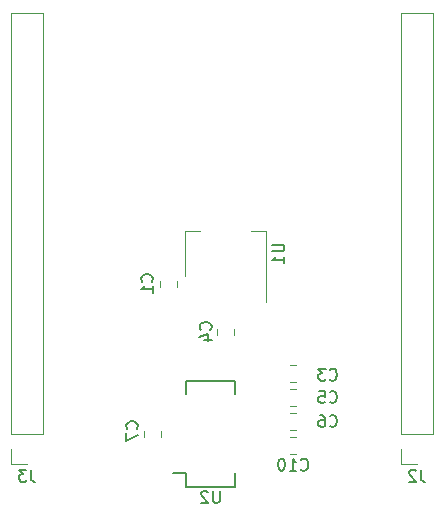
<source format=gbr>
G04 #@! TF.GenerationSoftware,KiCad,Pcbnew,(5.1.0)-1*
G04 #@! TF.CreationDate,2019-09-22T22:35:09+02:00*
G04 #@! TF.ProjectId,ESP32Eval,45535033-3245-4766-916c-2e6b69636164,rev?*
G04 #@! TF.SameCoordinates,Original*
G04 #@! TF.FileFunction,Legend,Bot*
G04 #@! TF.FilePolarity,Positive*
%FSLAX46Y46*%
G04 Gerber Fmt 4.6, Leading zero omitted, Abs format (unit mm)*
G04 Created by KiCad (PCBNEW (5.1.0)-1) date 2019-09-22 22:35:09*
%MOMM*%
%LPD*%
G04 APERTURE LIST*
%ADD10C,0.120000*%
%ADD11C,0.150000*%
G04 APERTURE END LIST*
D10*
X154043748Y-120956000D02*
X154566252Y-120956000D01*
X154043748Y-122376000D02*
X154566252Y-122376000D01*
D11*
X145245000Y-124015000D02*
X144120000Y-124015000D01*
X145245000Y-116175000D02*
X149395000Y-116175000D01*
X145245000Y-125125000D02*
X149395000Y-125125000D01*
X145245000Y-116175000D02*
X145245000Y-117285000D01*
X149395000Y-116175000D02*
X149395000Y-117285000D01*
X149395000Y-125125000D02*
X149395000Y-124015000D01*
X145245000Y-124015000D02*
X145245000Y-125125000D01*
D10*
X152000000Y-109510000D02*
X152000000Y-103500000D01*
X145180000Y-107260000D02*
X145180000Y-103500000D01*
X152000000Y-103500000D02*
X150740000Y-103500000D01*
X145180000Y-103500000D02*
X146440000Y-103500000D01*
X130435000Y-123250000D02*
X131765000Y-123250000D01*
X130435000Y-121920000D02*
X130435000Y-123250000D01*
X130435000Y-120650000D02*
X133095000Y-120650000D01*
X133095000Y-120650000D02*
X133095000Y-85030000D01*
X130435000Y-120650000D02*
X130435000Y-85030000D01*
X130435000Y-85030000D02*
X133095000Y-85030000D01*
X163450000Y-123250000D02*
X164780000Y-123250000D01*
X163450000Y-121920000D02*
X163450000Y-123250000D01*
X163450000Y-120650000D02*
X166110000Y-120650000D01*
X166110000Y-120650000D02*
X166110000Y-85030000D01*
X163450000Y-120650000D02*
X163450000Y-85030000D01*
X163450000Y-85030000D02*
X166110000Y-85030000D01*
X141657000Y-120911252D02*
X141657000Y-120388748D01*
X143077000Y-120911252D02*
X143077000Y-120388748D01*
X154043748Y-118924000D02*
X154566252Y-118924000D01*
X154043748Y-120344000D02*
X154566252Y-120344000D01*
X154043748Y-116892000D02*
X154566252Y-116892000D01*
X154043748Y-118312000D02*
X154566252Y-118312000D01*
X149300000Y-111743748D02*
X149300000Y-112266252D01*
X147880000Y-111743748D02*
X147880000Y-112266252D01*
X154043748Y-114860000D02*
X154566252Y-114860000D01*
X154043748Y-116280000D02*
X154566252Y-116280000D01*
X143054000Y-108202252D02*
X143054000Y-107679748D01*
X144474000Y-108202252D02*
X144474000Y-107679748D01*
D11*
X154947857Y-123673142D02*
X154995476Y-123720761D01*
X155138333Y-123768380D01*
X155233571Y-123768380D01*
X155376428Y-123720761D01*
X155471666Y-123625523D01*
X155519285Y-123530285D01*
X155566904Y-123339809D01*
X155566904Y-123196952D01*
X155519285Y-123006476D01*
X155471666Y-122911238D01*
X155376428Y-122816000D01*
X155233571Y-122768380D01*
X155138333Y-122768380D01*
X154995476Y-122816000D01*
X154947857Y-122863619D01*
X153995476Y-123768380D02*
X154566904Y-123768380D01*
X154281190Y-123768380D02*
X154281190Y-122768380D01*
X154376428Y-122911238D01*
X154471666Y-123006476D01*
X154566904Y-123054095D01*
X153376428Y-122768380D02*
X153281190Y-122768380D01*
X153185952Y-122816000D01*
X153138333Y-122863619D01*
X153090714Y-122958857D01*
X153043095Y-123149333D01*
X153043095Y-123387428D01*
X153090714Y-123577904D01*
X153138333Y-123673142D01*
X153185952Y-123720761D01*
X153281190Y-123768380D01*
X153376428Y-123768380D01*
X153471666Y-123720761D01*
X153519285Y-123673142D01*
X153566904Y-123577904D01*
X153614523Y-123387428D01*
X153614523Y-123149333D01*
X153566904Y-122958857D01*
X153519285Y-122863619D01*
X153471666Y-122816000D01*
X153376428Y-122768380D01*
X148081904Y-125502380D02*
X148081904Y-126311904D01*
X148034285Y-126407142D01*
X147986666Y-126454761D01*
X147891428Y-126502380D01*
X147700952Y-126502380D01*
X147605714Y-126454761D01*
X147558095Y-126407142D01*
X147510476Y-126311904D01*
X147510476Y-125502380D01*
X147081904Y-125597619D02*
X147034285Y-125550000D01*
X146939047Y-125502380D01*
X146700952Y-125502380D01*
X146605714Y-125550000D01*
X146558095Y-125597619D01*
X146510476Y-125692857D01*
X146510476Y-125788095D01*
X146558095Y-125930952D01*
X147129523Y-126502380D01*
X146510476Y-126502380D01*
X152542380Y-104648095D02*
X153351904Y-104648095D01*
X153447142Y-104695714D01*
X153494761Y-104743333D01*
X153542380Y-104838571D01*
X153542380Y-105029047D01*
X153494761Y-105124285D01*
X153447142Y-105171904D01*
X153351904Y-105219523D01*
X152542380Y-105219523D01*
X153542380Y-106219523D02*
X153542380Y-105648095D01*
X153542380Y-105933809D02*
X152542380Y-105933809D01*
X152685238Y-105838571D01*
X152780476Y-105743333D01*
X152828095Y-105648095D01*
X132098333Y-123702380D02*
X132098333Y-124416666D01*
X132145952Y-124559523D01*
X132241190Y-124654761D01*
X132384047Y-124702380D01*
X132479285Y-124702380D01*
X131717380Y-123702380D02*
X131098333Y-123702380D01*
X131431666Y-124083333D01*
X131288809Y-124083333D01*
X131193571Y-124130952D01*
X131145952Y-124178571D01*
X131098333Y-124273809D01*
X131098333Y-124511904D01*
X131145952Y-124607142D01*
X131193571Y-124654761D01*
X131288809Y-124702380D01*
X131574523Y-124702380D01*
X131669761Y-124654761D01*
X131717380Y-124607142D01*
X165113333Y-123702380D02*
X165113333Y-124416666D01*
X165160952Y-124559523D01*
X165256190Y-124654761D01*
X165399047Y-124702380D01*
X165494285Y-124702380D01*
X164684761Y-123797619D02*
X164637142Y-123750000D01*
X164541904Y-123702380D01*
X164303809Y-123702380D01*
X164208571Y-123750000D01*
X164160952Y-123797619D01*
X164113333Y-123892857D01*
X164113333Y-123988095D01*
X164160952Y-124130952D01*
X164732380Y-124702380D01*
X164113333Y-124702380D01*
X141073142Y-120229333D02*
X141120761Y-120181714D01*
X141168380Y-120038857D01*
X141168380Y-119943619D01*
X141120761Y-119800761D01*
X141025523Y-119705523D01*
X140930285Y-119657904D01*
X140739809Y-119610285D01*
X140596952Y-119610285D01*
X140406476Y-119657904D01*
X140311238Y-119705523D01*
X140216000Y-119800761D01*
X140168380Y-119943619D01*
X140168380Y-120038857D01*
X140216000Y-120181714D01*
X140263619Y-120229333D01*
X140168380Y-120562666D02*
X140168380Y-121229333D01*
X141168380Y-120800761D01*
X157392666Y-119991142D02*
X157440285Y-120038761D01*
X157583142Y-120086380D01*
X157678380Y-120086380D01*
X157821238Y-120038761D01*
X157916476Y-119943523D01*
X157964095Y-119848285D01*
X158011714Y-119657809D01*
X158011714Y-119514952D01*
X157964095Y-119324476D01*
X157916476Y-119229238D01*
X157821238Y-119134000D01*
X157678380Y-119086380D01*
X157583142Y-119086380D01*
X157440285Y-119134000D01*
X157392666Y-119181619D01*
X156535523Y-119086380D02*
X156726000Y-119086380D01*
X156821238Y-119134000D01*
X156868857Y-119181619D01*
X156964095Y-119324476D01*
X157011714Y-119514952D01*
X157011714Y-119895904D01*
X156964095Y-119991142D01*
X156916476Y-120038761D01*
X156821238Y-120086380D01*
X156630761Y-120086380D01*
X156535523Y-120038761D01*
X156487904Y-119991142D01*
X156440285Y-119895904D01*
X156440285Y-119657809D01*
X156487904Y-119562571D01*
X156535523Y-119514952D01*
X156630761Y-119467333D01*
X156821238Y-119467333D01*
X156916476Y-119514952D01*
X156964095Y-119562571D01*
X157011714Y-119657809D01*
X157392666Y-117959142D02*
X157440285Y-118006761D01*
X157583142Y-118054380D01*
X157678380Y-118054380D01*
X157821238Y-118006761D01*
X157916476Y-117911523D01*
X157964095Y-117816285D01*
X158011714Y-117625809D01*
X158011714Y-117482952D01*
X157964095Y-117292476D01*
X157916476Y-117197238D01*
X157821238Y-117102000D01*
X157678380Y-117054380D01*
X157583142Y-117054380D01*
X157440285Y-117102000D01*
X157392666Y-117149619D01*
X156487904Y-117054380D02*
X156964095Y-117054380D01*
X157011714Y-117530571D01*
X156964095Y-117482952D01*
X156868857Y-117435333D01*
X156630761Y-117435333D01*
X156535523Y-117482952D01*
X156487904Y-117530571D01*
X156440285Y-117625809D01*
X156440285Y-117863904D01*
X156487904Y-117959142D01*
X156535523Y-118006761D01*
X156630761Y-118054380D01*
X156868857Y-118054380D01*
X156964095Y-118006761D01*
X157011714Y-117959142D01*
X147297142Y-111838333D02*
X147344761Y-111790714D01*
X147392380Y-111647857D01*
X147392380Y-111552619D01*
X147344761Y-111409761D01*
X147249523Y-111314523D01*
X147154285Y-111266904D01*
X146963809Y-111219285D01*
X146820952Y-111219285D01*
X146630476Y-111266904D01*
X146535238Y-111314523D01*
X146440000Y-111409761D01*
X146392380Y-111552619D01*
X146392380Y-111647857D01*
X146440000Y-111790714D01*
X146487619Y-111838333D01*
X146725714Y-112695476D02*
X147392380Y-112695476D01*
X146344761Y-112457380D02*
X147059047Y-112219285D01*
X147059047Y-112838333D01*
X157392666Y-116054142D02*
X157440285Y-116101761D01*
X157583142Y-116149380D01*
X157678380Y-116149380D01*
X157821238Y-116101761D01*
X157916476Y-116006523D01*
X157964095Y-115911285D01*
X158011714Y-115720809D01*
X158011714Y-115577952D01*
X157964095Y-115387476D01*
X157916476Y-115292238D01*
X157821238Y-115197000D01*
X157678380Y-115149380D01*
X157583142Y-115149380D01*
X157440285Y-115197000D01*
X157392666Y-115244619D01*
X157059333Y-115149380D02*
X156440285Y-115149380D01*
X156773619Y-115530333D01*
X156630761Y-115530333D01*
X156535523Y-115577952D01*
X156487904Y-115625571D01*
X156440285Y-115720809D01*
X156440285Y-115958904D01*
X156487904Y-116054142D01*
X156535523Y-116101761D01*
X156630761Y-116149380D01*
X156916476Y-116149380D01*
X157011714Y-116101761D01*
X157059333Y-116054142D01*
X142343142Y-107774333D02*
X142390761Y-107726714D01*
X142438380Y-107583857D01*
X142438380Y-107488619D01*
X142390761Y-107345761D01*
X142295523Y-107250523D01*
X142200285Y-107202904D01*
X142009809Y-107155285D01*
X141866952Y-107155285D01*
X141676476Y-107202904D01*
X141581238Y-107250523D01*
X141486000Y-107345761D01*
X141438380Y-107488619D01*
X141438380Y-107583857D01*
X141486000Y-107726714D01*
X141533619Y-107774333D01*
X142438380Y-108726714D02*
X142438380Y-108155285D01*
X142438380Y-108441000D02*
X141438380Y-108441000D01*
X141581238Y-108345761D01*
X141676476Y-108250523D01*
X141724095Y-108155285D01*
M02*

</source>
